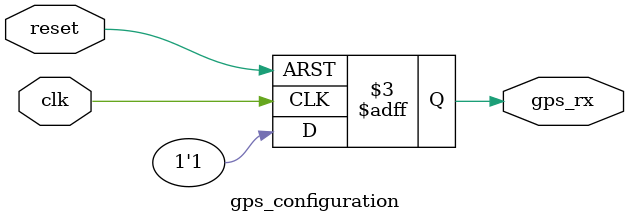
<source format=v>

module gps_configuration(
		input clk,
		input reset,
		output reg gps_rx
	);
	
	always @(posedge clk or negedge reset) begin // Set RX line high since it is not currently in use
		if(reset == 0) begin
			gps_rx <= 1;
		end else begin
			gps_rx <= 1;
		end
	end
	
endmodule

</source>
